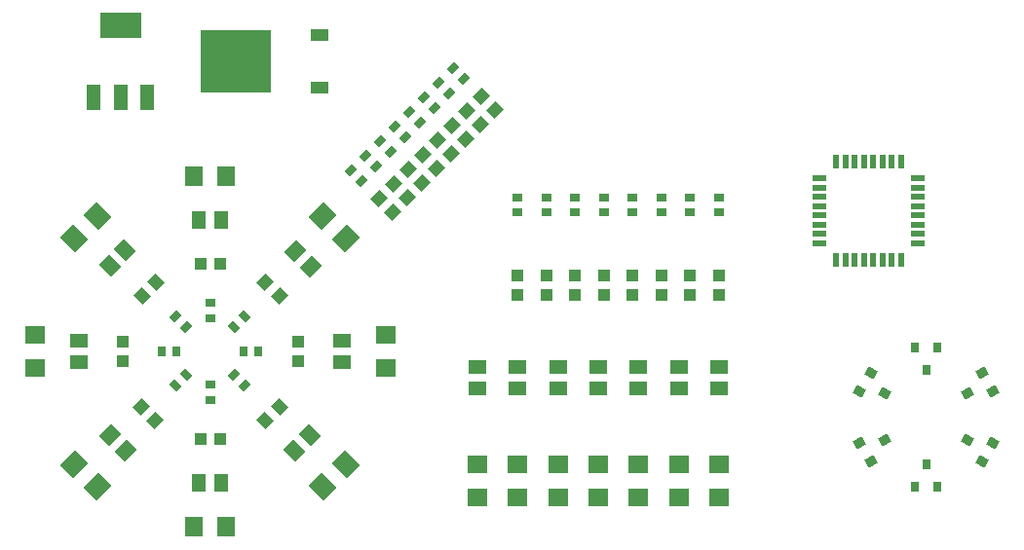
<source format=gbr>
%TF.GenerationSoftware,KiCad,Pcbnew,6.0.11-2627ca5db0~126~ubuntu20.04.1*%
%TF.CreationDate,2023-07-21T22:08:40+02:00*%
%TF.ProjectId,Demo Board v2,44656d6f-2042-46f6-9172-642076322e6b,rev?*%
%TF.SameCoordinates,Original*%
%TF.FileFunction,Paste,Bot*%
%TF.FilePolarity,Positive*%
%FSLAX46Y46*%
G04 Gerber Fmt 4.6, Leading zero omitted, Abs format (unit mm)*
G04 Created by KiCad (PCBNEW 6.0.11-2627ca5db0~126~ubuntu20.04.1) date 2023-07-21 22:08:40*
%MOMM*%
%LPD*%
G01*
G04 APERTURE LIST*
G04 Aperture macros list*
%AMRotRect*
0 Rectangle, with rotation*
0 The origin of the aperture is its center*
0 $1 length*
0 $2 width*
0 $3 Rotation angle, in degrees counterclockwise*
0 Add horizontal line*
21,1,$1,$2,0,0,$3*%
G04 Aperture macros list end*
%ADD10R,1.100000X1.000000*%
%ADD11R,1.500000X1.300000*%
%ADD12R,0.900000X0.700000*%
%ADD13RotRect,1.300000X1.500000X315.000000*%
%ADD14R,1.300000X1.500000*%
%ADD15RotRect,1.000000X1.100000X135.000000*%
%ADD16R,1.600000X1.803000*%
%ADD17RotRect,1.600000X1.803000X45.000000*%
%ADD18R,1.803000X1.600000*%
%ADD19RotRect,0.700000X0.900000X315.000000*%
%ADD20R,1.270000X0.558800*%
%ADD21R,0.558800X1.270000*%
%ADD22RotRect,1.600000X1.803000X225.000000*%
%ADD23RotRect,0.800000X0.900000X240.000000*%
%ADD24R,1.600000X1.000000*%
%ADD25R,6.200000X5.400000*%
%ADD26R,0.700000X0.900000*%
%ADD27RotRect,0.700000X0.900000X135.000000*%
%ADD28RotRect,1.000000X1.100000X315.000000*%
%ADD29R,1.219200X2.235200*%
%ADD30R,3.600000X2.200000*%
%ADD31RotRect,1.300000X1.500000X135.000000*%
%ADD32RotRect,1.300000X1.500000X225.000000*%
%ADD33RotRect,1.000000X1.100000X225.000000*%
%ADD34RotRect,0.800000X0.900000X120.000000*%
%ADD35RotRect,1.600000X1.803000X315.000000*%
%ADD36R,0.800000X0.900000*%
%ADD37RotRect,0.800000X0.900000X300.000000*%
%ADD38R,1.000000X1.100000*%
%ADD39RotRect,0.700000X0.900000X225.000000*%
%ADD40RotRect,1.000000X1.100000X45.000000*%
%ADD41RotRect,0.800000X0.900000X60.000000*%
%ADD42RotRect,1.300000X1.500000X45.000000*%
%ADD43RotRect,1.600000X1.803000X135.000000*%
G04 APERTURE END LIST*
D10*
%TO.C,R0603-26*%
X151051100Y-106053600D03*
X151051100Y-107753600D03*
%TD*%
D11*
%TO.C,R0805-10*%
X133261100Y-111673600D03*
X133261100Y-113573600D03*
%TD*%
D12*
%TO.C,R0402-20*%
X156051100Y-99253600D03*
X156051100Y-100553600D03*
%TD*%
D13*
%TO.C,R0805-11*%
X129214820Y-103896374D03*
X130558322Y-105239876D03*
%TD*%
D14*
%TO.C,R0805-12*%
X120881100Y-101193600D03*
X122781100Y-101193600D03*
%TD*%
D15*
%TO.C,R0603-19*%
X140212141Y-97984641D03*
X139010059Y-96782559D03*
%TD*%
D16*
%TO.C,R1206-12*%
X123253100Y-97383600D03*
X120409100Y-97383600D03*
%TD*%
D17*
%TO.C,R1206-9*%
X131620594Y-124424106D03*
X133631606Y-122413094D03*
%TD*%
D18*
%TO.C,R1206-21*%
X159051100Y-125325600D03*
X159051100Y-122481600D03*
%TD*%
D12*
%TO.C,R0402-17*%
X148551100Y-99253600D03*
X148551100Y-100553600D03*
%TD*%
D19*
%TO.C,R0402-25*%
X134071481Y-96923981D03*
X134990719Y-97843219D03*
%TD*%
D18*
%TO.C,R1206-10*%
X137071100Y-114045600D03*
X137071100Y-111201600D03*
%TD*%
D10*
%TO.C,R0603-32*%
X166051100Y-106053600D03*
X166051100Y-107753600D03*
%TD*%
D11*
%TO.C,R0805-20*%
X155551100Y-113953600D03*
X155551100Y-115853600D03*
%TD*%
D20*
%TO.C,TQFP-32-2*%
X183343700Y-97603600D03*
X183343700Y-98403600D03*
X183343700Y-99203600D03*
X183343700Y-100003600D03*
X183343700Y-100803600D03*
X183343700Y-101603600D03*
X183343700Y-102403600D03*
X183343700Y-103203600D03*
D21*
X181851100Y-104696200D03*
X181051100Y-104696200D03*
X180251100Y-104696200D03*
X179451100Y-104696200D03*
X178651100Y-104696200D03*
X177851100Y-104696200D03*
X177051100Y-104696200D03*
X176251100Y-104696200D03*
D20*
X174758500Y-103203600D03*
X174758500Y-102403600D03*
X174758500Y-101603600D03*
X174758500Y-100803600D03*
X174758500Y-100003600D03*
X174758500Y-99203600D03*
X174758500Y-98403600D03*
X174758500Y-97603600D03*
D21*
X176251100Y-96111000D03*
X177051100Y-96111000D03*
X177851100Y-96111000D03*
X178651100Y-96111000D03*
X179451100Y-96111000D03*
X180251100Y-96111000D03*
X181051100Y-96111000D03*
X181851100Y-96111000D03*
%TD*%
D22*
%TO.C,R1206-13*%
X112041606Y-100823094D03*
X110030594Y-102834106D03*
%TD*%
D19*
%TO.C,R0402-29*%
X139151481Y-91843981D03*
X140070719Y-92763219D03*
%TD*%
D10*
%TO.C,R0603-31*%
X163551100Y-106053600D03*
X163551100Y-107753600D03*
%TD*%
D11*
%TO.C,R0805-14*%
X110401100Y-113573600D03*
X110401100Y-111673600D03*
%TD*%
D18*
%TO.C,R1206-19*%
X152051100Y-125325600D03*
X152051100Y-122481600D03*
%TD*%
D12*
%TO.C,R0402-16*%
X121831100Y-116829600D03*
X121831100Y-115529600D03*
%TD*%
D11*
%TO.C,R0805-19*%
X152051100Y-113953600D03*
X152051100Y-115853600D03*
%TD*%
D23*
%TO.C,SOT-23-9*%
X189847125Y-120555876D03*
X188897125Y-122201324D03*
X187640075Y-120378600D03*
%TD*%
D12*
%TO.C,R0402-24*%
X166051100Y-99253600D03*
X166051100Y-100553600D03*
%TD*%
D18*
%TO.C,R1206-23*%
X166051100Y-125325600D03*
X166051100Y-122481600D03*
%TD*%
D19*
%TO.C,R0402-27*%
X136611481Y-94383981D03*
X137530719Y-95303219D03*
%TD*%
D18*
%TO.C,R1206-22*%
X162551100Y-125325600D03*
X162551100Y-122481600D03*
%TD*%
D12*
%TO.C,R0402-18*%
X151051100Y-99253600D03*
X151051100Y-100553600D03*
%TD*%
D10*
%TO.C,R0603-27*%
X153551100Y-106053600D03*
X153551100Y-107753600D03*
%TD*%
D24*
%TO.C,SOT-251-2*%
X131351100Y-85123600D03*
X131351100Y-89683600D03*
D25*
X124051100Y-87403600D03*
%TD*%
D26*
%TO.C,R0402-14*%
X117625100Y-112623600D03*
X118925100Y-112623600D03*
%TD*%
D10*
%TO.C,R0603-10*%
X129451100Y-111773600D03*
X129451100Y-113473600D03*
%TD*%
D27*
%TO.C,R0402-9*%
X124830719Y-115623219D03*
X123911481Y-114703981D03*
%TD*%
D28*
%TO.C,R0603-15*%
X115832559Y-117420059D03*
X117034641Y-118622141D03*
%TD*%
D10*
%TO.C,R0603-14*%
X114211100Y-111773600D03*
X114211100Y-113473600D03*
%TD*%
D15*
%TO.C,R0603-20*%
X141482141Y-96714641D03*
X140280059Y-95512559D03*
%TD*%
D29*
%TO.C,SOT-223-2*%
X116362500Y-90502400D03*
X114051100Y-90502400D03*
X111739700Y-90502400D03*
D30*
X114051100Y-84304600D03*
%TD*%
D31*
%TO.C,R0805-15*%
X114510879Y-121287326D03*
X113167377Y-119943824D03*
%TD*%
D19*
%TO.C,R0402-28*%
X137881481Y-93113981D03*
X138800719Y-94033219D03*
%TD*%
D12*
%TO.C,R0402-22*%
X161051100Y-99253600D03*
X161051100Y-100553600D03*
%TD*%
D15*
%TO.C,R0603-24*%
X146562141Y-91634641D03*
X145360059Y-90432559D03*
%TD*%
D32*
%TO.C,R0805-13*%
X114447376Y-103832878D03*
X113103874Y-105176380D03*
%TD*%
D33*
%TO.C,R0603-13*%
X117098141Y-106625059D03*
X115896059Y-107827141D03*
%TD*%
D19*
%TO.C,R0402-32*%
X142961481Y-88033981D03*
X143880719Y-88953219D03*
%TD*%
D10*
%TO.C,R0603-30*%
X161051100Y-106053600D03*
X161051100Y-107753600D03*
%TD*%
D11*
%TO.C,R0805-23*%
X166051100Y-113953600D03*
X166051100Y-115853600D03*
%TD*%
D27*
%TO.C,R0402-13*%
X119750719Y-110543219D03*
X118831481Y-109623981D03*
%TD*%
D34*
%TO.C,SOT-23-11*%
X179225075Y-122201324D03*
X178275075Y-120555876D03*
X180482125Y-120378600D03*
%TD*%
D11*
%TO.C,R0805-21*%
X159051100Y-113953600D03*
X159051100Y-115853600D03*
%TD*%
D18*
%TO.C,R1206-20*%
X155551100Y-125325600D03*
X155551100Y-122481600D03*
%TD*%
D19*
%TO.C,R0402-30*%
X140421481Y-90573981D03*
X141340719Y-91493219D03*
%TD*%
D14*
%TO.C,R0805-16*%
X122781100Y-124053600D03*
X120881100Y-124053600D03*
%TD*%
D35*
%TO.C,R1206-15*%
X110030594Y-122413094D03*
X112041606Y-124424106D03*
%TD*%
D36*
%TO.C,SOT-23-10*%
X185011100Y-124418600D03*
X183111100Y-124418600D03*
X184061100Y-122418600D03*
%TD*%
D15*
%TO.C,R0603-21*%
X142752141Y-95444641D03*
X141550059Y-94242559D03*
%TD*%
D37*
%TO.C,SOT-23-8*%
X188897125Y-114475876D03*
X189847125Y-116121324D03*
X187640075Y-116298600D03*
%TD*%
D36*
%TO.C,SOT-23-7*%
X183111100Y-112258600D03*
X185011100Y-112258600D03*
X184061100Y-114258600D03*
%TD*%
D10*
%TO.C,R0603-29*%
X158551100Y-106053600D03*
X158551100Y-107753600D03*
%TD*%
%TO.C,R0603-28*%
X156051100Y-106053600D03*
X156051100Y-107753600D03*
%TD*%
D38*
%TO.C,R0603-16*%
X120981100Y-120243600D03*
X122681100Y-120243600D03*
%TD*%
D10*
%TO.C,R0603-25*%
X148551100Y-106053600D03*
X148551100Y-107753600D03*
%TD*%
D39*
%TO.C,R0402-11*%
X124830719Y-109623981D03*
X123911481Y-110543219D03*
%TD*%
D40*
%TO.C,R0603-9*%
X126627559Y-118622141D03*
X127829641Y-117420059D03*
%TD*%
D15*
%TO.C,R0603-17*%
X137672141Y-100524641D03*
X136470059Y-99322559D03*
%TD*%
D12*
%TO.C,R0402-23*%
X163551100Y-99253600D03*
X163551100Y-100553600D03*
%TD*%
%TO.C,R0402-12*%
X121831100Y-108417600D03*
X121831100Y-109717600D03*
%TD*%
D16*
%TO.C,R1206-16*%
X120409100Y-127863600D03*
X123253100Y-127863600D03*
%TD*%
D19*
%TO.C,R0402-31*%
X141691481Y-89303981D03*
X142610719Y-90223219D03*
%TD*%
D18*
%TO.C,R1206-14*%
X106591100Y-111201600D03*
X106591100Y-114045600D03*
%TD*%
D12*
%TO.C,R0402-19*%
X153551100Y-99253600D03*
X153551100Y-100553600D03*
%TD*%
D41*
%TO.C,SOT-23-12*%
X178275075Y-116121324D03*
X179225075Y-114475876D03*
X180482125Y-116298600D03*
%TD*%
D12*
%TO.C,R0402-21*%
X158551100Y-99253600D03*
X158551100Y-100553600D03*
%TD*%
D15*
%TO.C,R0603-11*%
X127829641Y-107827141D03*
X126627559Y-106625059D03*
%TD*%
D38*
%TO.C,R0603-12*%
X120981100Y-105003600D03*
X122681100Y-105003600D03*
%TD*%
D15*
%TO.C,R0603-23*%
X145292141Y-92904641D03*
X144090059Y-91702559D03*
%TD*%
D42*
%TO.C,R0805-9*%
X129151324Y-121287323D03*
X130494826Y-119943821D03*
%TD*%
D15*
%TO.C,R0603-22*%
X144022141Y-94174641D03*
X142820059Y-92972559D03*
%TD*%
D39*
%TO.C,R0402-15*%
X119750719Y-114703981D03*
X118831481Y-115623219D03*
%TD*%
D15*
%TO.C,R0603-18*%
X138942141Y-99254641D03*
X137740059Y-98052559D03*
%TD*%
D19*
%TO.C,R0402-26*%
X135341481Y-95653981D03*
X136260719Y-96573219D03*
%TD*%
D18*
%TO.C,R1206-17*%
X145051100Y-125325600D03*
X145051100Y-122481600D03*
%TD*%
D26*
%TO.C,R0402-10*%
X126037100Y-112623600D03*
X124737100Y-112623600D03*
%TD*%
D43*
%TO.C,R1206-11*%
X133631606Y-102834106D03*
X131620594Y-100823094D03*
%TD*%
D11*
%TO.C,R0805-18*%
X148551100Y-113953600D03*
X148551100Y-115853600D03*
%TD*%
%TO.C,R0805-17*%
X145051100Y-113953600D03*
X145051100Y-115853600D03*
%TD*%
D18*
%TO.C,R1206-18*%
X148551100Y-125325600D03*
X148551100Y-122481600D03*
%TD*%
D11*
%TO.C,R0805-22*%
X162551100Y-113953600D03*
X162551100Y-115853600D03*
%TD*%
M02*

</source>
